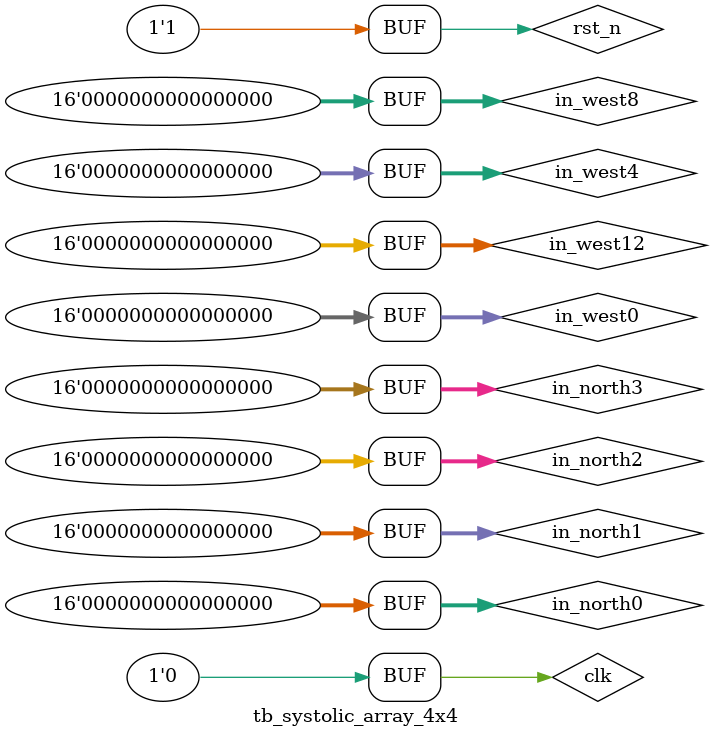
<source format=v>
`timescale 1ns / 1ps

/*
We're gonna do multiplication for this simple matrix:
[ 2 1 2 1    times by 	[ 0 1 4 3    And the result:   [ 8 10 13 10
  0 1 0 1                 3 0 1 0 						 6  0  3  0
  1 2 0 1				  1 4 1 2						 9  1  8  3
  1 1 1 0 ]				  3 0 2 0 ]						 4  5  6  5 ]
*/
module tb_systolic_array_4x4;

// Parameters for the systolic array
parameter WIDTH = 16;
parameter FRAC_WIDTH = 8;

// Inputs to the systolic array
reg clk;
reg rst_n;
reg [WIDTH-1:0] in_north0, in_north1, in_north2, in_north3;
reg [WIDTH-1:0] in_west0, in_west4, in_west8, in_west12;

// Outputs from the systolic array
wire done;
wire [WIDTH*WIDTH-1:0] out;

// Instantiate the systolic array (Device Under Test)
systolic_array #(
    .WIDTH(WIDTH),
    .FRAC_WIDTH(FRAC_WIDTH)
) uut (
    .clk(clk),
    .rst_n(rst_n),
    .in_north0(in_north0),
    .in_north1(in_north1),
    .in_north2(in_north2),
    .in_north3(in_north3),
    .in_west0(in_west0),
    .in_west4(in_west4),
    .in_west8(in_west8),
    .in_west12(in_west12),
    .done(done),
    .out(out)
);


initial begin
    #10 in_north0 = 16'h0300;  
        in_west0 = 16'h0100;
    #10 in_north0 = 16'h0100;  
        in_west0 = 16'h0200;
    #10 in_north0 = 16'h0300;  
        in_west0 = 16'h0100;
    #10 in_north0 = 16'h0000;  
        in_west0 = 16'h0200;
	//
	#10 in_north0 = 16'h0000;  
        in_west0 = 16'h0000;
	#10 in_north0 = 16'h0000;  
        in_west0 = 16'h0000;
	#10 in_north0 = 16'h0000;  
        in_west0 = 16'h0000;
end

initial begin
    #10 in_north1 = 16'h0000;  
        in_west4 = 16'h0000;
	//
    #10 in_north1 = 16'h0000;  
        in_west4 = 16'h0100;
    #10 in_north1 = 16'h0400;  
        in_west4 = 16'h0000;
    #10 in_north1 = 16'h0000;  
        in_west4 = 16'h0100;
	#10 in_north1 = 16'h0100;  
        in_west4 = 16'h0000;
	//
	#10 in_north1 = 16'h0000;  
        in_west4 = 16'h0000;
	#10 in_north1 = 16'h0000;  
        in_west4 = 16'h0000;
end

initial begin
    #10 in_north2 = 16'h0000;  
        in_west8 = 16'h0000;
    #10 in_north2 = 16'h0000;  
        in_west8 = 16'h0000;
		//
    #10 in_north2 = 16'h0200;  
        in_west8 = 16'h0100;
    #10 in_north2 = 16'h0100;  
        in_west8 = 16'h0000;
	#10 in_north2 = 16'h0100;  
        in_west8 = 16'h0200;
	#10 in_north2 = 16'h0400;  
        in_west8 = 16'h0100;
	//
	#10 in_north2 = 16'h0000;  
        in_west8 = 16'h0000;
end

initial begin
    #10 in_north3 = 16'h0000;  
        in_west12 = 16'h0000;
    #10 in_north3 = 16'h0000;  
        in_west12 = 16'h0000;
    #10 in_north3 = 16'h0000;  
        in_west12 = 16'h0000;
	//
    #10 in_north3 = 16'h0000;  
        in_west12 = 16'h0000;
	#10 in_north3 = 16'h0200;  
        in_west12 = 16'h0100;
	#10 in_north3 = 16'h0000;  
        in_west12 = 16'h0100;
	#10 in_north3 = 16'h0300;  
        in_west12 = 16'h0100;
end

// Initial block to apply test cases
initial begin
    // Initialize signals
    clk = 0;
    rst_n = 0;
    in_north0 = 0;
    in_north1 = 0;
    in_north2 = 0;
    in_north3 = 0;
    in_west0 = 0;
    in_west4 = 0;
    in_west8 = 0;
    in_west12 = 0;

    // Apply reset
    #10 rst_n = 1;  // Release reset after 10 ns
end

// Clock generation
initial begin
	repeat(50)
		#5 clk <= ~clk;
end

// Dumping to see the waveform file
initial begin
    // Set up VCD dump file
    $dumpfile("tb_systolic_array_4x4.vcd");  // VCD output file
    $dumpvars(0, tb_systolic_array_4x4);      // Dump all variables in the testbench
end

endmodule

</source>
